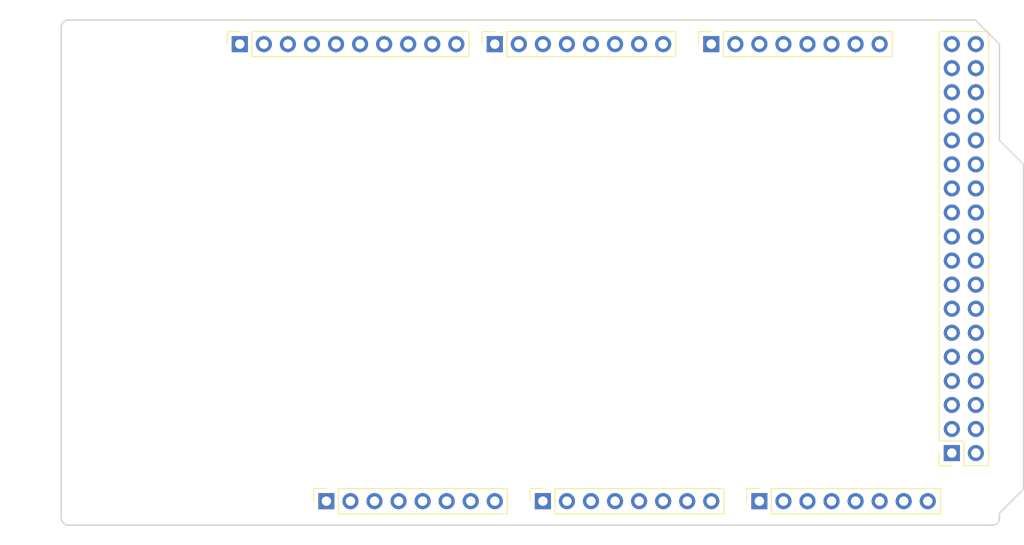
<source format=kicad_pcb>
(kicad_pcb (version 20240108) (generator "pcbnew") (generator_version "8.0")
  (title_block (date "mar. 31 mars 2015"))
  (layers (0 "F.Cu" signal) (31 "B.Cu" signal) (34 "B.Paste" user) (35 "F.Paste" user) (36 "B.SilkS" user "B.Silkscreen") (37 "F.SilkS" user "F.Silkscreen") (38 "B.Mask" user) (39 "F.Mask" user) (44 "Edge.Cuts" user))
  (net 0 "")
  (net 1 "GND")
  (net 2 "/*52")
  (net 3 "/53")
  (net 4 "/50")
  (net 5 "/51")
  (net 6 "/48")
  (net 7 "/49")
  (net 8 "/*46")
  (net 9 "/47")
  (net 10 "/*44")
  (net 11 "/*45")
  (net 12 "/42")
  (net 13 "/43")
  (net 14 "/40")
  (net 15 "/41")
  (net 16 "/38")
  (net 17 "/39")
  (net 18 "/36")
  (net 19 "/37")
  (net 20 "/34")
  (net 21 "/35")
  (net 22 "/32")
  (net 23 "/33")
  (net 24 "/30")
  (net 25 "/31")
  (net 26 "/28")
  (net 27 "/29")
  (net 28 "/26")
  (net 29 "/27")
  (net 30 "/24")
  (net 31 "/25")
  (net 32 "/22")
  (net 33 "/23")
  (net 34 "+5V")
  (net 35 "/IOREF")
  (net 36 "/A0")
  (net 37 "/A1")
  (net 38 "/A2")
  (net 39 "/A3")
  (net 40 "/A4")
  (net 41 "/A5")
  (net 42 "/A6")
  (net 43 "/A7")
  (net 44 "/A8")
  (net 45 "/A9")
  (net 46 "/A10")
  (net 47 "/A11")
  (net 48 "/A12")
  (net 49 "/A13")
  (net 50 "/A14")
  (net 51 "/A15")
  (net 52 "/AREF")
  (net 53 "/*13")
  (net 54 "/*12")
  (net 55 "/*11")
  (net 56 "/*10")
  (net 57 "/*9")
  (net 58 "/*8")
  (net 59 "/*7")
  (net 60 "/*6")
  (net 61 "/*5")
  (net 62 "/*4")
  (net 63 "/*3")
  (net 64 "/*2")
  (net 65 "/TX0{slash}1")
  (net 66 "/RX0{slash}0")
  (net 67 "+3V3")
  (net 68 "/TX3{slash}14")
  (net 69 "/RX3{slash}15")
  (net 70 "/TX2{slash}16")
  (net 71 "/RX2{slash}17")
  (net 72 "/TX1{slash}18")
  (net 73 "/RX1{slash}19")
  (net 74 "/SDA{slash}20")
  (net 75 "/SCL{slash}21")
  (net 76 "VCC")
  (net 77 "/~{RESET}")
  (footprint "Connector_PinSocket_2.54mm:PinSocket_2x18_P2.54mm_Vertical" (layer "F.Cu") (at 193.98 92.354599 180)
    (property "Reference" "J7" (hide yes))
    (property "Value" "Digital")
    (fp_line (start 1.33 1.27) (end 1.33 44.51) (stroke (width 0.12)) (layer "F.SilkS"))
    (fp_line (start 1.33 -1.33) (end 1.33 0) (stroke (width 0.12)) (layer "F.SilkS"))
    (fp_line (start 0 -1.33) (end 1.33 -1.33) (stroke (width 0.12)) (layer "F.SilkS"))
    (fp_line (start -1.27 1.27) (end 1.33 1.27) (stroke (width 0.12)) (layer "F.SilkS"))
    (fp_line (start -1.27 -1.33) (end -1.27 1.27) (stroke (width 0.12)) (layer "F.SilkS"))
    (fp_line (start -3.87 44.51) (end 1.33 44.51) (stroke (width 0.12)) (layer "F.SilkS"))
    (fp_line (start -3.87 -1.33) (end -1.27 -1.33) (stroke (width 0.12)) (layer "F.SilkS"))
    (fp_line (start -3.87 -1.33) (end -3.87 44.51) (stroke (width 0.12)) (layer "F.SilkS"))
    (pad "1" thru_hole rect (at 0 0 180) (size 1.7 1.7) (drill 1) (layers "*.Cu" "*.Mask") (net 1 "GND"))
    (pad "2" thru_hole oval (at -2.54 0 180) (size 1.7 1.7) (drill 1) (layers "*.Cu" "*.Mask") (net 1 "GND"))
    (pad "3" thru_hole oval (at 0 2.54 180) (size 1.7 1.7) (drill 1) (layers "*.Cu" "*.Mask") (net 2 "/*52"))
    (pad "4" thru_hole oval (at -2.54 2.54 180) (size 1.7 1.7) (drill 1) (layers "*.Cu" "*.Mask") (net 3 "/53"))
    (pad "5" thru_hole oval (at 0 5.08 180) (size 1.7 1.7) (drill 1) (layers "*.Cu" "*.Mask") (net 4 "/50"))
    (pad "6" thru_hole oval (at -2.54 5.08 180) (size 1.7 1.7) (drill 1) (layers "*.Cu" "*.Mask") (net 5 "/51"))
    (pad "7" thru_hole oval (at 0 7.62 180) (size 1.7 1.7) (drill 1) (layers "*.Cu" "*.Mask") (net 6 "/48"))
    (pad "8" thru_hole oval (at -2.54 7.62 180) (size 1.7 1.7) (drill 1) (layers "*.Cu" "*.Mask") (net 7 "/49"))
    (pad "9" thru_hole oval (at 0 10.16 180) (size 1.7 1.7) (drill 1) (layers "*.Cu" "*.Mask") (net 8 "/*46"))
    (pad "10" thru_hole oval (at -2.54 10.16 180) (size 1.7 1.7) (drill 1) (layers "*.Cu" "*.Mask") (net 9 "/47"))
    (pad "11" thru_hole oval (at 0 12.7 180) (size 1.7 1.7) (drill 1) (layers "*.Cu" "*.Mask") (net 10 "/*44"))
    (pad "12" thru_hole oval (at -2.54 12.7 180) (size 1.7 1.7) (drill 1) (layers "*.Cu" "*.Mask") (net 11 "/*45"))
    (pad "13" thru_hole oval (at 0 15.24 180) (size 1.7 1.7) (drill 1) (layers "*.Cu" "*.Mask") (net 12 "/42"))
    (pad "14" thru_hole oval (at -2.54 15.24 180) (size 1.7 1.7) (drill 1) (layers "*.Cu" "*.Mask") (net 13 "/43"))
    (pad "15" thru_hole oval (at 0 17.78 180) (size 1.7 1.7) (drill 1) (layers "*.Cu" "*.Mask") (net 14 "/40"))
    (pad "16" thru_hole oval (at -2.54 17.78 180) (size 1.7 1.7) (drill 1) (layers "*.Cu" "*.Mask") (net 15 "/41"))
    (pad "17" thru_hole oval (at 0 20.32 180) (size 1.7 1.7) (drill 1) (layers "*.Cu" "*.Mask") (net 16 "/38"))
    (pad "18" thru_hole oval (at -2.54 20.32 180) (size 1.7 1.7) (drill 1) (layers "*.Cu" "*.Mask") (net 17 "/39"))
    (pad "19" thru_hole oval (at 0 22.86 180) (size 1.7 1.7) (drill 1) (layers "*.Cu" "*.Mask") (net 18 "/36"))
    (pad "20" thru_hole oval (at -2.54 22.86 180) (size 1.7 1.7) (drill 1) (layers "*.Cu" "*.Mask") (net 19 "/37"))
    (pad "21" thru_hole oval (at 0 25.4 180) (size 1.7 1.7) (drill 1) (layers "*.Cu" "*.Mask") (net 20 "/34"))
    (pad "22" thru_hole oval (at -2.54 25.4 180) (size 1.7 1.7) (drill 1) (layers "*.Cu" "*.Mask") (net 21 "/35"))
    (pad "23" thru_hole oval (at 0 27.94 180) (size 1.7 1.7) (drill 1) (layers "*.Cu" "*.Mask") (net 22 "/32"))
    (pad "24" thru_hole oval (at -2.54 27.94 180) (size 1.7 1.7) (drill 1) (layers "*.Cu" "*.Mask") (net 23 "/33"))
    (pad "25" thru_hole oval (at 0 30.48 180) (size 1.7 1.7) (drill 1) (layers "*.Cu" "*.Mask") (net 24 "/30"))
    (pad "26" thru_hole oval (at -2.54 30.48 180) (size 1.7 1.7) (drill 1) (layers "*.Cu" "*.Mask") (net 25 "/31"))
    (pad "27" thru_hole oval (at 0 33.02 180) (size 1.7 1.7) (drill 1) (layers "*.Cu" "*.Mask") (net 26 "/28"))
    (pad "28" thru_hole oval (at -2.54 33.02 180) (size 1.7 1.7) (drill 1) (layers "*.Cu" "*.Mask") (net 27 "/29"))
    (pad "29" thru_hole oval (at 0 35.56 180) (size 1.7 1.7) (drill 1) (layers "*.Cu" "*.Mask") (net 28 "/26"))
    (pad "30" thru_hole oval (at -2.54 35.56 180) (size 1.7 1.7) (drill 1) (layers "*.Cu" "*.Mask") (net 29 "/27"))
    (pad "31" thru_hole oval (at 0 38.1 180) (size 1.7 1.7) (drill 1) (layers "*.Cu" "*.Mask") (net 30 "/24"))
    (pad "32" thru_hole oval (at -2.54 38.1 180) (size 1.7 1.7) (drill 1) (layers "*.Cu" "*.Mask") (net 31 "/25"))
    (pad "33" thru_hole oval (at 0 40.64 180) (size 1.7 1.7) (drill 1) (layers "*.Cu" "*.Mask") (net 32 "/22"))
    (pad "34" thru_hole oval (at -2.54 40.64 180) (size 1.7 1.7) (drill 1) (layers "*.Cu" "*.Mask") (net 33 "/23"))
    (pad "35" thru_hole oval (at 0 43.18 180) (size 1.7 1.7) (drill 1) (layers "*.Cu" "*.Mask") (net 34 "+5V"))
    (pad "36" thru_hole oval (at -2.54 43.18 180) (size 1.7 1.7) (drill 1) (layers "*.Cu" "*.Mask") (net 34 "+5V"))
  )
  (footprint "Connector_PinSocket_2.54mm:PinSocket_1x08_P2.54mm_Vertical" (layer "F.Cu") (at 127.939999 97.434599 90)
    (property "Reference" "J1" (hide yes))
    (property "Value" "Power")
    (fp_line (start 1.33 -1.33) (end 1.33 0) (stroke (width 0.12)) (layer "F.SilkS"))
    (fp_line (start 0 -1.33) (end 1.33 -1.33) (stroke (width 0.12)) (layer "F.SilkS"))
    (fp_line (start 1.33 1.27) (end 1.33 19.11) (stroke (width 0.12)) (layer "F.SilkS"))
    (fp_line (start -1.33 1.27) (end 1.33 1.27) (stroke (width 0.12)) (layer "F.SilkS"))
    (fp_line (start -1.33 1.27) (end -1.33 19.11) (stroke (width 0.12)) (layer "F.SilkS"))
    (fp_line (start -1.33 19.11) (end 1.33 19.11) (stroke (width 0.12)) (layer "F.SilkS"))
    (pad "1" thru_hole rect (at 0 0 90) (size 1.7 1.7) (drill 1) (layers "*.Cu" "*.Mask"))
    (pad "2" thru_hole oval (at 0 2.54 90) (size 1.7 1.7) (drill 1) (layers "*.Cu" "*.Mask") (net 35 "/IOREF"))
    (pad "3" thru_hole oval (at 0 5.08 90) (size 1.7 1.7) (drill 1) (layers "*.Cu" "*.Mask") (net 77 "/~{RESET}"))
    (pad "4" thru_hole oval (at 0 7.62 90) (size 1.7 1.7) (drill 1) (layers "*.Cu" "*.Mask") (net 67 "+3V3"))
    (pad "5" thru_hole oval (at 0 10.16 90) (size 1.7 1.7) (drill 1) (layers "*.Cu" "*.Mask") (net 34 "+5V"))
    (pad "6" thru_hole oval (at 0 12.7 90) (size 1.7 1.7) (drill 1) (layers "*.Cu" "*.Mask") (net 1 "GND"))
    (pad "7" thru_hole oval (at 0 15.24 90) (size 1.7 1.7) (drill 1) (layers "*.Cu" "*.Mask") (net 1 "GND"))
    (pad "8" thru_hole oval (at 0 17.78 90) (size 1.7 1.7) (drill 1) (layers "*.Cu" "*.Mask") (net 76 "VCC"))
  )
  (footprint "Connector_PinSocket_2.54mm:PinSocket_1x08_P2.54mm_Vertical" (layer "F.Cu") (at 150.799999 97.434599 90)
    (property "Reference" "J3" (hide yes))
    (property "Value" "Analog")
    (fp_line (start 1.33 -1.33) (end 1.33 0) (stroke (width 0.12)) (layer "F.SilkS"))
    (fp_line (start 0 -1.33) (end 1.33 -1.33) (stroke (width 0.12)) (layer "F.SilkS"))
    (fp_line (start 1.33 1.27) (end 1.33 19.11) (stroke (width 0.12)) (layer "F.SilkS"))
    (fp_line (start -1.33 1.27) (end 1.33 1.27) (stroke (width 0.12)) (layer "F.SilkS"))
    (fp_line (start -1.33 1.27) (end -1.33 19.11) (stroke (width 0.12)) (layer "F.SilkS"))
    (fp_line (start -1.33 19.11) (end 1.33 19.11) (stroke (width 0.12)) (layer "F.SilkS"))
    (pad "1" thru_hole rect (at 0 0 90) (size 1.7 1.7) (drill 1) (layers "*.Cu" "*.Mask") (net 36 "/A0"))
    (pad "2" thru_hole oval (at 0 2.54 90) (size 1.7 1.7) (drill 1) (layers "*.Cu" "*.Mask") (net 37 "/A1"))
    (pad "3" thru_hole oval (at 0 5.08 90) (size 1.7 1.7) (drill 1) (layers "*.Cu" "*.Mask") (net 38 "/A2"))
    (pad "4" thru_hole oval (at 0 7.62 90) (size 1.7 1.7) (drill 1) (layers "*.Cu" "*.Mask") (net 39 "/A3"))
    (pad "5" thru_hole oval (at 0 10.16 90) (size 1.7 1.7) (drill 1) (layers "*.Cu" "*.Mask") (net 40 "/A4"))
    (pad "6" thru_hole oval (at 0 12.7 90) (size 1.7 1.7) (drill 1) (layers "*.Cu" "*.Mask") (net 41 "/A5"))
    (pad "7" thru_hole oval (at 0 15.24 90) (size 1.7 1.7) (drill 1) (layers "*.Cu" "*.Mask") (net 42 "/A6"))
    (pad "8" thru_hole oval (at 0 17.78 90) (size 1.7 1.7) (drill 1) (layers "*.Cu" "*.Mask") (net 43 "/A7"))
  )
  (footprint "Connector_PinSocket_2.54mm:PinSocket_1x08_P2.54mm_Vertical" (layer "F.Cu") (at 173.66 97.434599 90)
    (property "Reference" "J5" (hide yes))
    (property "Value" "Analog")
    (fp_line (start 1.33 -1.33) (end 1.33 0) (stroke (width 0.12)) (layer "F.SilkS"))
    (fp_line (start 0 -1.33) (end 1.33 -1.33) (stroke (width 0.12)) (layer "F.SilkS"))
    (fp_line (start 1.33 1.27) (end 1.33 19.11) (stroke (width 0.12)) (layer "F.SilkS"))
    (fp_line (start -1.33 1.27) (end 1.33 1.27) (stroke (width 0.12)) (layer "F.SilkS"))
    (fp_line (start -1.33 1.27) (end -1.33 19.11) (stroke (width 0.12)) (layer "F.SilkS"))
    (fp_line (start -1.33 19.11) (end 1.33 19.11) (stroke (width 0.12)) (layer "F.SilkS"))
    (pad "1" thru_hole rect (at 0 0 90) (size 1.7 1.7) (drill 1) (layers "*.Cu" "*.Mask") (net 44 "/A8"))
    (pad "2" thru_hole oval (at 0 2.54 90) (size 1.7 1.7) (drill 1) (layers "*.Cu" "*.Mask") (net 45 "/A9"))
    (pad "3" thru_hole oval (at 0 5.08 90) (size 1.7 1.7) (drill 1) (layers "*.Cu" "*.Mask") (net 46 "/A10"))
    (pad "4" thru_hole oval (at 0 7.62 90) (size 1.7 1.7) (drill 1) (layers "*.Cu" "*.Mask") (net 47 "/A11"))
    (pad "5" thru_hole oval (at 0 10.16 90) (size 1.7 1.7) (drill 1) (layers "*.Cu" "*.Mask") (net 48 "/A12"))
    (pad "6" thru_hole oval (at 0 12.7 90) (size 1.7 1.7) (drill 1) (layers "*.Cu" "*.Mask") (net 49 "/A13"))
    (pad "7" thru_hole oval (at 0 15.24 90) (size 1.7 1.7) (drill 1) (layers "*.Cu" "*.Mask") (net 50 "/A14"))
    (pad "8" thru_hole oval (at 0 17.78 90) (size 1.7 1.7) (drill 1) (layers "*.Cu" "*.Mask") (net 51 "/A15"))
  )
  (footprint "Connector_PinSocket_2.54mm:PinSocket_1x10_P2.54mm_Vertical" (layer "F.Cu") (at 118.795999 49.1746 90)
    (property "Reference" "J2" (hide yes))
    (property "Value" "PWM")
    (fp_line (start 1.33 -1.33) (end 1.33 0) (stroke (width 0.12)) (layer "F.SilkS"))
    (fp_line (start 0 -1.33) (end 1.33 -1.33) (stroke (width 0.12)) (layer "F.SilkS"))
    (fp_line (start 1.33 1.27) (end 1.33 24.19) (stroke (width 0.12)) (layer "F.SilkS"))
    (fp_line (start -1.33 1.27) (end 1.33 1.27) (stroke (width 0.12)) (layer "F.SilkS"))
    (fp_line (start -1.33 1.27) (end -1.33 24.19) (stroke (width 0.12)) (layer "F.SilkS"))
    (fp_line (start -1.33 24.19) (end 1.33 24.19) (stroke (width 0.12)) (layer "F.SilkS"))
    (pad "1" thru_hole rect (at 0 0 90) (size 1.7 1.7) (drill 1) (layers "*.Cu" "*.Mask") (net 75 "/SCL{slash}21"))
    (pad "2" thru_hole oval (at 0 2.54 90) (size 1.7 1.7) (drill 1) (layers "*.Cu" "*.Mask") (net 74 "/SDA{slash}20"))
    (pad "3" thru_hole oval (at 0 5.08 90) (size 1.7 1.7) (drill 1) (layers "*.Cu" "*.Mask") (net 52 "/AREF"))
    (pad "4" thru_hole oval (at 0 7.62 90) (size 1.7 1.7) (drill 1) (layers "*.Cu" "*.Mask") (net 1 "GND"))
    (pad "5" thru_hole oval (at 0 10.16 90) (size 1.7 1.7) (drill 1) (layers "*.Cu" "*.Mask") (net 53 "/*13"))
    (pad "6" thru_hole oval (at 0 12.7 90) (size 1.7 1.7) (drill 1) (layers "*.Cu" "*.Mask") (net 54 "/*12"))
    (pad "7" thru_hole oval (at 0 15.24 90) (size 1.7 1.7) (drill 1) (layers "*.Cu" "*.Mask") (net 55 "/*11"))
    (pad "8" thru_hole oval (at 0 17.78 90) (size 1.7 1.7) (drill 1) (layers "*.Cu" "*.Mask") (net 56 "/*10"))
    (pad "9" thru_hole oval (at 0 20.32 90) (size 1.7 1.7) (drill 1) (layers "*.Cu" "*.Mask") (net 57 "/*9"))
    (pad "10" thru_hole oval (at 0 22.86 90) (size 1.7 1.7) (drill 1) (layers "*.Cu" "*.Mask") (net 58 "/*8"))
  )
  (footprint "Connector_PinSocket_2.54mm:PinSocket_1x08_P2.54mm_Vertical" (layer "F.Cu") (at 145.72 49.1746 90)
    (property "Reference" "J4" (hide yes))
    (property "Value" "PWM")
    (fp_line (start 1.33 -1.33) (end 1.33 0) (stroke (width 0.12)) (layer "F.SilkS"))
    (fp_line (start 0 -1.33) (end 1.33 -1.33) (stroke (width 0.12)) (layer "F.SilkS"))
    (fp_line (start 1.33 1.27) (end 1.33 19.11) (stroke (width 0.12)) (layer "F.SilkS"))
    (fp_line (start -1.33 1.27) (end 1.33 1.27) (stroke (width 0.12)) (layer "F.SilkS"))
    (fp_line (start -1.33 1.27) (end -1.33 19.11) (stroke (width 0.12)) (layer "F.SilkS"))
    (fp_line (start -1.33 19.11) (end 1.33 19.11) (stroke (width 0.12)) (layer "F.SilkS"))
    (pad "1" thru_hole rect (at 0 0 90) (size 1.7 1.7) (drill 1) (layers "*.Cu" "*.Mask") (net 59 "/*7"))
    (pad "2" thru_hole oval (at 0 2.54 90) (size 1.7 1.7) (drill 1) (layers "*.Cu" "*.Mask") (net 60 "/*6"))
    (pad "3" thru_hole oval (at 0 5.08 90) (size 1.7 1.7) (drill 1) (layers "*.Cu" "*.Mask") (net 61 "/*5"))
    (pad "4" thru_hole oval (at 0 7.62 90) (size 1.7 1.7) (drill 1) (layers "*.Cu" "*.Mask") (net 62 "/*4"))
    (pad "5" thru_hole oval (at 0 10.16 90) (size 1.7 1.7) (drill 1) (layers "*.Cu" "*.Mask") (net 63 "/*3"))
    (pad "6" thru_hole oval (at 0 12.7 90) (size 1.7 1.7) (drill 1) (layers "*.Cu" "*.Mask") (net 64 "/*2"))
    (pad "7" thru_hole oval (at 0 15.24 90) (size 1.7 1.7) (drill 1) (layers "*.Cu" "*.Mask") (net 65 "/TX0{slash}1"))
    (pad "8" thru_hole oval (at 0 17.78 90) (size 1.7 1.7) (drill 1) (layers "*.Cu" "*.Mask") (net 66 "/RX0{slash}0"))
  )
  (footprint "Connector_PinSocket_2.54mm:PinSocket_1x08_P2.54mm_Vertical" (layer "F.Cu") (at 168.579999 49.1746 90)
    (property "Reference" "J6" (hide yes))
    (property "Value" "Communication")
    (fp_line (start 1.33 -1.33) (end 1.33 0) (stroke (width 0.12)) (layer "F.SilkS"))
    (fp_line (start 0 -1.33) (end 1.33 -1.33) (stroke (width 0.12)) (layer "F.SilkS"))
    (fp_line (start 1.33 1.27) (end 1.33 19.11) (stroke (width 0.12)) (layer "F.SilkS"))
    (fp_line (start -1.33 1.27) (end 1.33 1.27) (stroke (width 0.12)) (layer "F.SilkS"))
    (fp_line (start -1.33 1.27) (end -1.33 19.11) (stroke (width 0.12)) (layer "F.SilkS"))
    (fp_line (start -1.33 19.11) (end 1.33 19.11) (stroke (width 0.12)) (layer "F.SilkS"))
    (pad "1" thru_hole rect (at 0 0 90) (size 1.7 1.7) (drill 1) (layers "*.Cu" "*.Mask") (net 68 "/TX3{slash}14"))
    (pad "2" thru_hole oval (at 0 2.54 90) (size 1.7 1.7) (drill 1) (layers "*.Cu" "*.Mask") (net 69 "/RX3{slash}15"))
    (pad "3" thru_hole oval (at 0 5.08 90) (size 1.7 1.7) (drill 1) (layers "*.Cu" "*.Mask") (net 70 "/TX2{slash}16"))
    (pad "4" thru_hole oval (at 0 7.62 90) (size 1.7 1.7) (drill 1) (layers "*.Cu" "*.Mask") (net 71 "/RX2{slash}17"))
    (pad "5" thru_hole oval (at 0 10.16 90) (size 1.7 1.7) (drill 1) (layers "*.Cu" "*.Mask") (net 72 "/TX1{slash}18"))
    (pad "6" thru_hole oval (at 0 12.7 90) (size 1.7 1.7) (drill 1) (layers "*.Cu" "*.Mask") (net 73 "/RX1{slash}19"))
    (pad "7" thru_hole oval (at 0 15.24 90) (size 1.7 1.7) (drill 1) (layers "*.Cu" "*.Mask") (net 74 "/SDA{slash}20"))
    (pad "8" thru_hole oval (at 0 17.78 90) (size 1.7 1.7) (drill 1) (layers "*.Cu" "*.Mask") (net 75 "/SCL{slash}21"))
  )
  (footprint "Arduino_MountingHole:MountingHole_3.2mm" (layer "F.Cu") (at 196.519999 97.434599)
    (property "Reference" "MH6" (hide yes))
    (property "Value" "MountingHole_3.2mm" (hide yes))
    (pad "" np_thru_hole circle (at 0 0) (size 3.2 3.2) (drill 3.2) (layers "*.Cu" "*.Mask"))
  )
  (footprint "Arduino_MountingHole:MountingHole_3.2mm" (layer "F.Cu") (at 115.239999 49.1746)
    (property "Reference" "MH1" (hide yes))
    (property "Value" "MountingHole_3.2mm" (hide yes))
    (pad "" np_thru_hole circle (at 0 0) (size 3.2 3.2) (drill 3.2) (layers "*.Cu" "*.Mask"))
  )
  (footprint "Arduino_MountingHole:MountingHole_3.2mm" (layer "F.Cu") (at 113.97 97.434599)
    (property "Reference" "MH2" (hide yes))
    (property "Value" "MountingHole_3.2mm" (hide yes))
    (pad "" np_thru_hole circle (at 0 0) (size 3.2 3.2) (drill 3.2) (layers "*.Cu" "*.Mask"))
  )
  (footprint "Library:board" (layer "F.Cu") (at 150.7488 73.3046)
    (property "Reference" "BOARD" (hide yes))
    (property "Value" "board" (hide yes))
    (fp_line (start -50.8 25.908) (end -50.8 -25.908) (stroke (width 0.15)) (layer "Edge.Cuts"))
    (fp_line (start -50.038 -26.67) (end 45.72 -26.67) (stroke (width 0.15)) (layer "Edge.Cuts"))
    (fp_line (start 45.72 -26.67) (end 48.26 -24.13) (stroke (width 0.15)) (layer "Edge.Cuts"))
    (fp_line (start 47.498 26.67) (end -50.038 26.67) (stroke (width 0.15)) (layer "Edge.Cuts"))
    (fp_line (start 48.26 -24.13) (end 48.26 -13.97) (stroke (width 0.15)) (layer "Edge.Cuts"))
    (fp_line (start 48.26 -13.97) (end 50.8 -11.43) (stroke (width 0.15)) (layer "Edge.Cuts"))
    (fp_line (start 48.26 25.4) (end 48.26 25.908) (stroke (width 0.15)) (layer "Edge.Cuts"))
    (fp_line (start 50.8 -11.43) (end 50.8 22.86) (stroke (width 0.15)) (layer "Edge.Cuts"))
    (fp_line (start 50.8 22.86) (end 48.26 25.4) (stroke (width 0.15)) (layer "Edge.Cuts"))
    (fp_arc (start -50.8 -25.908) (mid -50.576815 -26.446815) (end -50.038 -26.67) (stroke (width 0.15)) (layer "Edge.Cuts"))
    (fp_arc (start -50.038 26.67) (mid -50.576815 26.446815) (end -50.8 25.908) (stroke (width 0.15)) (layer "Edge.Cuts"))
    (fp_arc (start 48.26 25.908) (mid 48.036815 26.446815) (end 47.498 26.67) (stroke (width 0.15)) (layer "Edge.Cuts"))
  )
  (footprint "Arduino_MountingHole:MountingHole_3.2mm" (layer "F.Cu") (at 166.04 64.44)
    (property "Reference" "MH3" (hide yes))
    (property "Value" "MountingHole_3.2mm" (hide yes))
    (pad "" np_thru_hole circle (at 0 0) (size 3.2 3.2) (drill 3.2) (layers "*.Cu" "*.Mask"))
  )
  (footprint "Arduino_MountingHole:MountingHole_3.2mm" (layer "F.Cu") (at 166.04 92.38)
    (property "Reference" "MH4" (hide yes))
    (property "Value" "MountingHole_3.2mm" (hide yes))
    (pad "" np_thru_hole circle (at 0 0) (size 3.2 3.2) (drill 3.2) (layers "*.Cu" "*.Mask"))
  )
  (footprint "Arduino_MountingHole:MountingHole_3.2mm" (layer "F.Cu") (at 190.17 49.1746)
    (property "Reference" "MH5" (hide yes))
    (property "Value" "MountingHole_3.2mm" (hide yes))
    (pad "" np_thru_hole circle (at 0 0) (size 3.2 3.2) (drill 3.2) (layers "*.Cu" "*.Mask"))
  )
)
</source>
